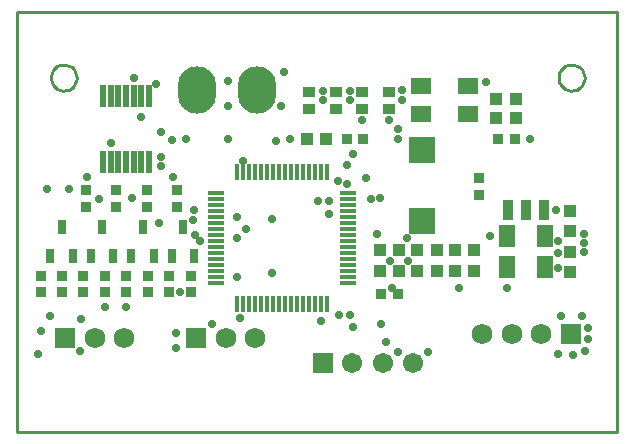
<source format=gts>
G04*
G04 #@! TF.GenerationSoftware,Altium Limited,Altium Designer,21.8.1 (53)*
G04*
G04 Layer_Color=8388736*
%FSLAX25Y25*%
%MOIN*%
G70*
G04*
G04 #@! TF.SameCoordinates,187DA05A-B4E4-4C7B-AEA6-211E795FDF11*
G04*
G04*
G04 #@! TF.FilePolarity,Negative*
G04*
G01*
G75*
%ADD11C,0.01000*%
%ADD31R,0.07099X0.05524*%
%ADD32R,0.08674X0.09068*%
%ADD33R,0.05800X0.01800*%
%ADD34R,0.01800X0.05800*%
%ADD35R,0.04343X0.03950*%
%ADD36R,0.05524X0.07296*%
%ADD37R,0.03446X0.07001*%
%ADD38R,0.03800X0.03800*%
%ADD39R,0.03800X0.03800*%
%ADD40R,0.03950X0.04343*%
%ADD41R,0.02375X0.07493*%
%ADD42R,0.03162X0.05013*%
%ADD43R,0.04147X0.03556*%
%ADD44C,0.06800*%
%ADD45R,0.06800X0.06800*%
%ADD46R,0.06800X0.06706*%
%ADD47R,0.06705X0.06705*%
%ADD48C,0.06706*%
%ADD49O,0.12800X0.15800*%
%ADD50C,0.02800*%
D11*
X20079Y118110D02*
X19962Y119109D01*
X19618Y120054D01*
X19065Y120894D01*
X18334Y121584D01*
X17463Y122087D01*
X16500Y122375D01*
X15496Y122434D01*
X14506Y122259D01*
X13583Y121861D01*
X12776Y121260D01*
X12130Y120490D01*
X11678Y119591D01*
X11447Y118613D01*
Y117607D01*
X11678Y116629D01*
X12130Y115731D01*
X12776Y114960D01*
X13583Y114360D01*
X14506Y113962D01*
X15496Y113787D01*
X16500Y113845D01*
X17463Y114134D01*
X18334Y114637D01*
X19065Y115326D01*
X19618Y116167D01*
X19962Y117112D01*
X20079Y118110D01*
X189370D02*
X189253Y119109D01*
X188909Y120054D01*
X188357Y120894D01*
X187626Y121584D01*
X186755Y122087D01*
X185791Y122375D01*
X184788Y122434D01*
X183797Y122259D01*
X182874Y121861D01*
X182068Y121260D01*
X181421Y120490D01*
X180970Y119591D01*
X180738Y118613D01*
Y117607D01*
X180970Y116629D01*
X181421Y115731D01*
X182068Y114960D01*
X182874Y114360D01*
X183797Y113962D01*
X184788Y113787D01*
X185791Y113845D01*
X186755Y114134D01*
X187626Y114637D01*
X188357Y115326D01*
X188909Y116167D01*
X189253Y117112D01*
X189370Y118110D01*
X0Y0D02*
X200000D01*
X0Y140000D02*
X200000D01*
Y0D02*
Y140000D01*
X0Y0D02*
Y140000D01*
D31*
X134752Y115449D02*
D03*
X150500D02*
D03*
Y106000D02*
D03*
X134752D02*
D03*
D32*
X135000Y93811D02*
D03*
Y70189D02*
D03*
D33*
X66500Y67500D02*
D03*
Y79500D02*
D03*
Y77500D02*
D03*
Y75500D02*
D03*
Y73500D02*
D03*
Y71500D02*
D03*
Y69500D02*
D03*
Y65500D02*
D03*
X110500Y79500D02*
D03*
Y77500D02*
D03*
Y75500D02*
D03*
Y73500D02*
D03*
Y71500D02*
D03*
Y69500D02*
D03*
Y67500D02*
D03*
Y65500D02*
D03*
X66500Y63500D02*
D03*
Y61500D02*
D03*
Y59500D02*
D03*
Y57500D02*
D03*
Y55500D02*
D03*
Y53500D02*
D03*
Y51500D02*
D03*
Y49500D02*
D03*
X110500Y63500D02*
D03*
Y61500D02*
D03*
Y59500D02*
D03*
Y57500D02*
D03*
Y55500D02*
D03*
Y53500D02*
D03*
Y51500D02*
D03*
Y49500D02*
D03*
D34*
X73500Y86500D02*
D03*
X75500D02*
D03*
X77500D02*
D03*
X79500D02*
D03*
X81500D02*
D03*
X83500D02*
D03*
X85500D02*
D03*
X87500D02*
D03*
X89500D02*
D03*
X91500D02*
D03*
X93500D02*
D03*
X95500D02*
D03*
X97500D02*
D03*
X99500D02*
D03*
X101500D02*
D03*
X103500D02*
D03*
X73500Y42500D02*
D03*
X75500D02*
D03*
X77500D02*
D03*
X79500D02*
D03*
X81500D02*
D03*
X83500D02*
D03*
X85500D02*
D03*
X87500D02*
D03*
X89500D02*
D03*
X91500D02*
D03*
X93500D02*
D03*
X95500D02*
D03*
X97500D02*
D03*
X99500D02*
D03*
X101500D02*
D03*
X103500D02*
D03*
D35*
X184500Y53419D02*
D03*
Y60000D02*
D03*
Y73500D02*
D03*
Y66919D02*
D03*
D36*
X163589Y54877D02*
D03*
X175990D02*
D03*
X163589Y65251D02*
D03*
X175990D02*
D03*
D37*
X163841Y74075D02*
D03*
X169746D02*
D03*
X175652D02*
D03*
D38*
X154000Y79000D02*
D03*
Y84500D02*
D03*
X58000Y52000D02*
D03*
Y46500D02*
D03*
X43714Y52000D02*
D03*
Y46500D02*
D03*
X29429Y52000D02*
D03*
Y46500D02*
D03*
X15143Y52000D02*
D03*
Y46500D02*
D03*
X50857Y52000D02*
D03*
Y46500D02*
D03*
X8000D02*
D03*
Y52000D02*
D03*
X22286Y46500D02*
D03*
Y52000D02*
D03*
X33167Y80500D02*
D03*
Y75000D02*
D03*
X36571Y46500D02*
D03*
Y52000D02*
D03*
X43333Y80500D02*
D03*
Y75000D02*
D03*
X53500Y80500D02*
D03*
Y75000D02*
D03*
X23000Y80500D02*
D03*
Y75000D02*
D03*
D39*
X166000Y97500D02*
D03*
X160500D02*
D03*
X121500Y46000D02*
D03*
X127000D02*
D03*
X110000Y97500D02*
D03*
X115500D02*
D03*
D40*
X159919Y104500D02*
D03*
X166500D02*
D03*
X159971Y111000D02*
D03*
X166552D02*
D03*
X152581Y53500D02*
D03*
X146000D02*
D03*
X133500D02*
D03*
X140081D02*
D03*
X121000D02*
D03*
X127581D02*
D03*
X146000Y60500D02*
D03*
X152581D02*
D03*
X133500D02*
D03*
X140081D02*
D03*
X121000D02*
D03*
X127581D02*
D03*
X96709Y97500D02*
D03*
X103291D02*
D03*
D41*
X28823Y112024D02*
D03*
X31382Y112024D02*
D03*
X33941D02*
D03*
X36500Y112024D02*
D03*
X39059Y112024D02*
D03*
X41618D02*
D03*
X44177Y112024D02*
D03*
X44177Y89976D02*
D03*
X41618Y89976D02*
D03*
X39059D02*
D03*
X36500Y89976D02*
D03*
X33941Y89976D02*
D03*
X31382D02*
D03*
X28823Y89976D02*
D03*
D42*
X15000Y68363D02*
D03*
X18740Y58638D02*
D03*
X11260D02*
D03*
X42000Y68363D02*
D03*
X45740Y58638D02*
D03*
X38260D02*
D03*
X28500Y68363D02*
D03*
X32240Y58638D02*
D03*
X24760D02*
D03*
X55500Y68363D02*
D03*
X59240Y58638D02*
D03*
X51760D02*
D03*
D43*
X97500Y113294D02*
D03*
Y107500D02*
D03*
X106333Y113294D02*
D03*
Y107500D02*
D03*
X115167Y113294D02*
D03*
Y107500D02*
D03*
X124000Y113294D02*
D03*
Y107500D02*
D03*
D44*
X79500Y31189D02*
D03*
X69657D02*
D03*
X174843Y32500D02*
D03*
X165000D02*
D03*
X155157D02*
D03*
X26000Y31189D02*
D03*
X35842D02*
D03*
D45*
X59815D02*
D03*
X16158D02*
D03*
D46*
X184685Y32500D02*
D03*
D47*
X102000Y23000D02*
D03*
D48*
X111845D02*
D03*
X122005D02*
D03*
X132005D02*
D03*
D49*
X80000Y114000D02*
D03*
X60000D02*
D03*
D50*
X21000Y27000D02*
D03*
X17500Y81000D02*
D03*
X10000D02*
D03*
X27500Y77500D02*
D03*
X7000Y26000D02*
D03*
X61000Y63500D02*
D03*
X59500Y65500D02*
D03*
X74500Y38000D02*
D03*
X130500Y57000D02*
D03*
X124500D02*
D03*
X125000Y48000D02*
D03*
X86500Y97000D02*
D03*
X91000Y97500D02*
D03*
X48000Y88500D02*
D03*
Y91500D02*
D03*
X75586Y90414D02*
D03*
X8000Y33500D02*
D03*
X21500Y37500D02*
D03*
X53000Y28000D02*
D03*
Y33000D02*
D03*
X137000Y26500D02*
D03*
X127000D02*
D03*
X189500Y27000D02*
D03*
X190500Y31000D02*
D03*
X185500Y25500D02*
D03*
X180500Y26000D02*
D03*
X190500Y34500D02*
D03*
X188500Y38500D02*
D03*
X181500D02*
D03*
X189000Y63000D02*
D03*
Y60000D02*
D03*
Y66000D02*
D03*
X180500Y54500D02*
D03*
Y59500D02*
D03*
Y63500D02*
D03*
X128500Y110500D02*
D03*
Y114000D02*
D03*
X111000Y110500D02*
D03*
Y113500D02*
D03*
X102000Y110500D02*
D03*
Y113500D02*
D03*
X88000Y108500D02*
D03*
X89000Y120000D02*
D03*
X70500Y108500D02*
D03*
Y117000D02*
D03*
X163500Y48000D02*
D03*
X39000Y118000D02*
D03*
X46500Y116000D02*
D03*
X147500Y48000D02*
D03*
X70500Y97500D02*
D03*
X116500Y84500D02*
D03*
X110000Y82500D02*
D03*
X107000Y83500D02*
D03*
X11000Y38500D02*
D03*
X29500Y41500D02*
D03*
X36500D02*
D03*
X54500Y46500D02*
D03*
X65000Y36000D02*
D03*
X130000Y64500D02*
D03*
X127000Y97500D02*
D03*
X85000Y53000D02*
D03*
X73500Y64500D02*
D03*
Y71500D02*
D03*
X117993Y77493D02*
D03*
X121000Y78000D02*
D03*
X101500Y37000D02*
D03*
X123000Y30000D02*
D03*
X112000Y35000D02*
D03*
X121500Y36000D02*
D03*
X111018Y39018D02*
D03*
X107500Y39000D02*
D03*
X73500Y51500D02*
D03*
X38500Y78000D02*
D03*
X31500Y96191D02*
D03*
X23500Y85000D02*
D03*
X76500Y67500D02*
D03*
X85000Y71000D02*
D03*
X47500Y69500D02*
D03*
X41500Y105000D02*
D03*
X48000Y100000D02*
D03*
X100500Y77000D02*
D03*
X120000Y66000D02*
D03*
X52000Y85000D02*
D03*
X59000Y74000D02*
D03*
X104000Y72500D02*
D03*
X58732Y70732D02*
D03*
X56500Y97500D02*
D03*
X112000Y92500D02*
D03*
X51922Y97422D02*
D03*
X124000Y104000D02*
D03*
X115000D02*
D03*
X104000Y77000D02*
D03*
X110000Y89000D02*
D03*
X157749Y65251D02*
D03*
X179789Y74075D02*
D03*
X171000Y97500D02*
D03*
X127000Y101000D02*
D03*
X156500Y116500D02*
D03*
M02*

</source>
